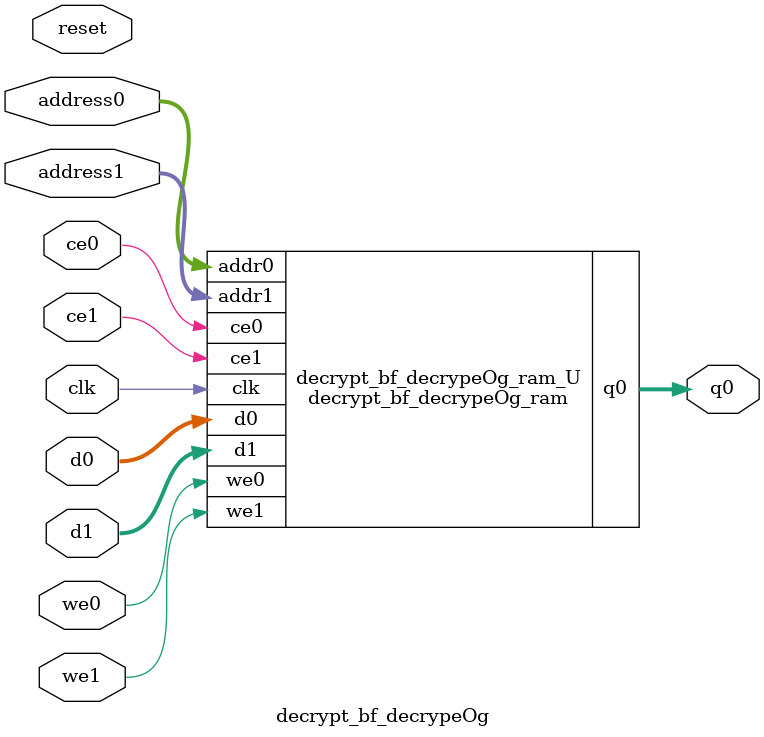
<source format=v>
`timescale 1 ns / 1 ps
module decrypt_bf_decrypeOg_ram (addr0, ce0, d0, we0, q0, addr1, ce1, d1, we1,  clk);

parameter DWIDTH = 8;
parameter AWIDTH = 3;
parameter MEM_SIZE = 8;

input[AWIDTH-1:0] addr0;
input ce0;
input[DWIDTH-1:0] d0;
input we0;
output reg[DWIDTH-1:0] q0;
input[AWIDTH-1:0] addr1;
input ce1;
input[DWIDTH-1:0] d1;
input we1;
input clk;

(* ram_style = "block" *)reg [DWIDTH-1:0] ram[0:MEM_SIZE-1];




always @(posedge clk)  
begin 
    if (ce0) begin
        if (we0) 
            ram[addr0] <= d0; 
        q0 <= ram[addr0];
    end
end


always @(posedge clk)  
begin 
    if (ce1) begin
        if (we1) 
            ram[addr1] <= d1; 
    end
end


endmodule

`timescale 1 ns / 1 ps
module decrypt_bf_decrypeOg(
    reset,
    clk,
    address0,
    ce0,
    we0,
    d0,
    q0,
    address1,
    ce1,
    we1,
    d1);

parameter DataWidth = 32'd8;
parameter AddressRange = 32'd8;
parameter AddressWidth = 32'd3;
input reset;
input clk;
input[AddressWidth - 1:0] address0;
input ce0;
input we0;
input[DataWidth - 1:0] d0;
output[DataWidth - 1:0] q0;
input[AddressWidth - 1:0] address1;
input ce1;
input we1;
input[DataWidth - 1:0] d1;



decrypt_bf_decrypeOg_ram decrypt_bf_decrypeOg_ram_U(
    .clk( clk ),
    .addr0( address0 ),
    .ce0( ce0 ),
    .we0( we0 ),
    .d0( d0 ),
    .q0( q0 ),
    .addr1( address1 ),
    .ce1( ce1 ),
    .we1( we1 ),
    .d1( d1 ));

endmodule


</source>
